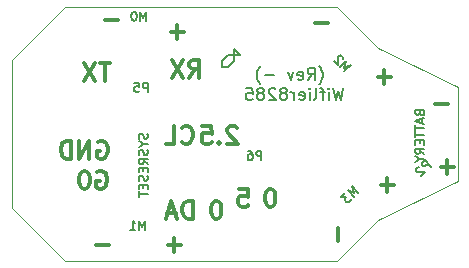
<source format=gbo>
G04 #@! TF.FileFunction,Legend,Bot*
%FSLAX46Y46*%
G04 Gerber Fmt 4.6, Leading zero omitted, Abs format (unit mm)*
G04 Created by KiCad (PCBNEW 4.0.4+e1-6308~48~ubuntu16.04.1-stable) date Tue Sep 13 21:39:42 2016*
%MOMM*%
%LPD*%
G01*
G04 APERTURE LIST*
%ADD10C,0.150000*%
%ADD11C,0.300000*%
%ADD12C,0.200000*%
%ADD13C,0.100000*%
%ADD14C,0.177800*%
%ADD15C,0.152400*%
G04 APERTURE END LIST*
D10*
D11*
X67406828Y-64563251D02*
X67263971Y-64563251D01*
X67121114Y-64634680D01*
X67049685Y-64706109D01*
X66978256Y-64848966D01*
X66906828Y-65134680D01*
X66906828Y-65491823D01*
X66978256Y-65777537D01*
X67049685Y-65920394D01*
X67121114Y-65991823D01*
X67263971Y-66063251D01*
X67406828Y-66063251D01*
X67549685Y-65991823D01*
X67621114Y-65920394D01*
X67692542Y-65777537D01*
X67763971Y-65491823D01*
X67763971Y-65134680D01*
X67692542Y-64848966D01*
X67621114Y-64706109D01*
X67549685Y-64634680D01*
X67406828Y-64563251D01*
X64692256Y-64563251D02*
X65406542Y-64563251D01*
X65477971Y-65277537D01*
X65406542Y-65206109D01*
X65263685Y-65134680D01*
X64906542Y-65134680D01*
X64763685Y-65206109D01*
X64692256Y-65277537D01*
X64620828Y-65420394D01*
X64620828Y-65777537D01*
X64692256Y-65920394D01*
X64763685Y-65991823D01*
X64906542Y-66063251D01*
X65263685Y-66063251D01*
X65406542Y-65991823D01*
X65477971Y-65920394D01*
X64517400Y-59372109D02*
X64445971Y-59300680D01*
X64303114Y-59229251D01*
X63945971Y-59229251D01*
X63803114Y-59300680D01*
X63731685Y-59372109D01*
X63660257Y-59514966D01*
X63660257Y-59657823D01*
X63731685Y-59872109D01*
X64588828Y-60729251D01*
X63660257Y-60729251D01*
X63017400Y-60586394D02*
X62945972Y-60657823D01*
X63017400Y-60729251D01*
X63088829Y-60657823D01*
X63017400Y-60586394D01*
X63017400Y-60729251D01*
X61588828Y-59229251D02*
X62303114Y-59229251D01*
X62374543Y-59943537D01*
X62303114Y-59872109D01*
X62160257Y-59800680D01*
X61803114Y-59800680D01*
X61660257Y-59872109D01*
X61588828Y-59943537D01*
X61517400Y-60086394D01*
X61517400Y-60443537D01*
X61588828Y-60586394D01*
X61660257Y-60657823D01*
X61803114Y-60729251D01*
X62160257Y-60729251D01*
X62303114Y-60657823D01*
X62374543Y-60586394D01*
X62834828Y-65579251D02*
X62691971Y-65579251D01*
X62549114Y-65650680D01*
X62477685Y-65722109D01*
X62406256Y-65864966D01*
X62334828Y-66150680D01*
X62334828Y-66507823D01*
X62406256Y-66793537D01*
X62477685Y-66936394D01*
X62549114Y-67007823D01*
X62691971Y-67079251D01*
X62834828Y-67079251D01*
X62977685Y-67007823D01*
X63049114Y-66936394D01*
X63120542Y-66793537D01*
X63191971Y-66507823D01*
X63191971Y-66150680D01*
X63120542Y-65864966D01*
X63049114Y-65722109D01*
X62977685Y-65650680D01*
X62834828Y-65579251D01*
X60751114Y-67079251D02*
X60751114Y-65579251D01*
X60393971Y-65579251D01*
X60179686Y-65650680D01*
X60036828Y-65793537D01*
X59965400Y-65936394D01*
X59893971Y-66222109D01*
X59893971Y-66436394D01*
X59965400Y-66722109D01*
X60036828Y-66864966D01*
X60179686Y-67007823D01*
X60393971Y-67079251D01*
X60751114Y-67079251D01*
X59322543Y-66650680D02*
X58608257Y-66650680D01*
X59465400Y-67079251D02*
X58965400Y-65579251D01*
X58465400Y-67079251D01*
X59858257Y-60586394D02*
X59929686Y-60657823D01*
X60143972Y-60729251D01*
X60286829Y-60729251D01*
X60501114Y-60657823D01*
X60643972Y-60514966D01*
X60715400Y-60372109D01*
X60786829Y-60086394D01*
X60786829Y-59872109D01*
X60715400Y-59586394D01*
X60643972Y-59443537D01*
X60501114Y-59300680D01*
X60286829Y-59229251D01*
X60143972Y-59229251D01*
X59929686Y-59300680D01*
X59858257Y-59372109D01*
X58501114Y-60729251D02*
X59215400Y-60729251D01*
X59215400Y-59229251D01*
X52730257Y-60570680D02*
X52873114Y-60499251D01*
X53087400Y-60499251D01*
X53301685Y-60570680D01*
X53444543Y-60713537D01*
X53515971Y-60856394D01*
X53587400Y-61142109D01*
X53587400Y-61356394D01*
X53515971Y-61642109D01*
X53444543Y-61784966D01*
X53301685Y-61927823D01*
X53087400Y-61999251D01*
X52944543Y-61999251D01*
X52730257Y-61927823D01*
X52658828Y-61856394D01*
X52658828Y-61356394D01*
X52944543Y-61356394D01*
X52015971Y-61999251D02*
X52015971Y-60499251D01*
X51158828Y-61999251D01*
X51158828Y-60499251D01*
X50444542Y-61999251D02*
X50444542Y-60499251D01*
X50087399Y-60499251D01*
X49873114Y-60570680D01*
X49730256Y-60713537D01*
X49658828Y-60856394D01*
X49587399Y-61142109D01*
X49587399Y-61356394D01*
X49658828Y-61642109D01*
X49730256Y-61784966D01*
X49873114Y-61927823D01*
X50087399Y-61999251D01*
X50444542Y-61999251D01*
X52670828Y-63110680D02*
X52813685Y-63039251D01*
X53027971Y-63039251D01*
X53242256Y-63110680D01*
X53385114Y-63253537D01*
X53456542Y-63396394D01*
X53527971Y-63682109D01*
X53527971Y-63896394D01*
X53456542Y-64182109D01*
X53385114Y-64324966D01*
X53242256Y-64467823D01*
X53027971Y-64539251D01*
X52885114Y-64539251D01*
X52670828Y-64467823D01*
X52599399Y-64396394D01*
X52599399Y-63896394D01*
X52885114Y-63896394D01*
X51670828Y-63039251D02*
X51527971Y-63039251D01*
X51385114Y-63110680D01*
X51313685Y-63182109D01*
X51242256Y-63324966D01*
X51170828Y-63610680D01*
X51170828Y-63967823D01*
X51242256Y-64253537D01*
X51313685Y-64396394D01*
X51385114Y-64467823D01*
X51527971Y-64539251D01*
X51670828Y-64539251D01*
X51813685Y-64467823D01*
X51885114Y-64396394D01*
X51956542Y-64253537D01*
X52027971Y-63967823D01*
X52027971Y-63610680D01*
X51956542Y-63324966D01*
X51885114Y-63182109D01*
X51813685Y-63110680D01*
X51670828Y-63039251D01*
X60473399Y-55141251D02*
X60973399Y-54426966D01*
X61330542Y-55141251D02*
X61330542Y-53641251D01*
X60759114Y-53641251D01*
X60616256Y-53712680D01*
X60544828Y-53784109D01*
X60473399Y-53926966D01*
X60473399Y-54141251D01*
X60544828Y-54284109D01*
X60616256Y-54355537D01*
X60759114Y-54426966D01*
X61330542Y-54426966D01*
X59973399Y-53641251D02*
X58973399Y-55141251D01*
X58973399Y-53641251D02*
X59973399Y-55141251D01*
X53746257Y-53895251D02*
X52889114Y-53895251D01*
X53317685Y-55395251D02*
X53317685Y-53895251D01*
X52531971Y-53895251D02*
X51531971Y-55395251D01*
X51531971Y-53895251D02*
X52531971Y-55395251D01*
X77558828Y-55077823D02*
X76415971Y-55077823D01*
X76987400Y-55649251D02*
X76987400Y-54506394D01*
X72224828Y-50505823D02*
X71081971Y-50505823D01*
X60032828Y-51267823D02*
X58889971Y-51267823D01*
X59461400Y-51839251D02*
X59461400Y-50696394D01*
X54444828Y-50251823D02*
X53301971Y-50251823D01*
X59778828Y-69301823D02*
X58635971Y-69301823D01*
X59207400Y-69873251D02*
X59207400Y-68730394D01*
X53682828Y-69301823D02*
X52539971Y-69301823D01*
X73030543Y-67861252D02*
X73030543Y-69004109D01*
X77812828Y-64221823D02*
X76669971Y-64221823D01*
X77241400Y-64793251D02*
X77241400Y-63650394D01*
X81749972Y-62697823D02*
X82892829Y-62697823D01*
X82321400Y-63269251D02*
X82321400Y-62126394D01*
X81241972Y-57363823D02*
X82384829Y-57363823D01*
D12*
X64287400Y-53700680D02*
X64287400Y-52684680D01*
X63779400Y-54208680D02*
X64287400Y-53700680D01*
X63271400Y-54208680D02*
X63779400Y-54208680D01*
X63271400Y-53700680D02*
X63271400Y-54208680D01*
X63779400Y-53192680D02*
X63271400Y-53700680D01*
X64795400Y-53192680D02*
X63779400Y-53192680D01*
X64287400Y-52684680D02*
X64795400Y-53192680D01*
D13*
X72944000Y-70676000D02*
X49944000Y-70676000D01*
D14*
X71471971Y-55728447D02*
X71520351Y-55680066D01*
X71617113Y-55534923D01*
X71665494Y-55438161D01*
X71713875Y-55293018D01*
X71762256Y-55051113D01*
X71762256Y-54857590D01*
X71713875Y-54615685D01*
X71665494Y-54470542D01*
X71617113Y-54373780D01*
X71520351Y-54228637D01*
X71471971Y-54180256D01*
X70504352Y-55341399D02*
X70843018Y-54857590D01*
X71084923Y-55341399D02*
X71084923Y-54325399D01*
X70697876Y-54325399D01*
X70601114Y-54373780D01*
X70552733Y-54422161D01*
X70504352Y-54518923D01*
X70504352Y-54664066D01*
X70552733Y-54760828D01*
X70601114Y-54809209D01*
X70697876Y-54857590D01*
X71084923Y-54857590D01*
X69681876Y-55293018D02*
X69778638Y-55341399D01*
X69972161Y-55341399D01*
X70068923Y-55293018D01*
X70117304Y-55196256D01*
X70117304Y-54809209D01*
X70068923Y-54712447D01*
X69972161Y-54664066D01*
X69778638Y-54664066D01*
X69681876Y-54712447D01*
X69633495Y-54809209D01*
X69633495Y-54905970D01*
X70117304Y-55002732D01*
X69294828Y-54664066D02*
X69052923Y-55341399D01*
X68811019Y-54664066D01*
X67649876Y-54954351D02*
X66875781Y-54954351D01*
X66488733Y-55728447D02*
X66440352Y-55680066D01*
X66343590Y-55534923D01*
X66295209Y-55438161D01*
X66246828Y-55293018D01*
X66198447Y-55051113D01*
X66198447Y-54857590D01*
X66246828Y-54615685D01*
X66295209Y-54470542D01*
X66343590Y-54373780D01*
X66440352Y-54228637D01*
X66488733Y-54180256D01*
X73528161Y-56027199D02*
X73286256Y-57043199D01*
X73092733Y-56317485D01*
X72899209Y-57043199D01*
X72657304Y-56027199D01*
X72270256Y-57043199D02*
X72270256Y-56365866D01*
X72270256Y-56027199D02*
X72318637Y-56075580D01*
X72270256Y-56123961D01*
X72221875Y-56075580D01*
X72270256Y-56027199D01*
X72270256Y-56123961D01*
X71931589Y-56365866D02*
X71544541Y-56365866D01*
X71786446Y-57043199D02*
X71786446Y-56172342D01*
X71738065Y-56075580D01*
X71641303Y-56027199D01*
X71544541Y-56027199D01*
X71060732Y-57043199D02*
X71157494Y-56994818D01*
X71205875Y-56898056D01*
X71205875Y-56027199D01*
X70673685Y-57043199D02*
X70673685Y-56365866D01*
X70673685Y-56027199D02*
X70722066Y-56075580D01*
X70673685Y-56123961D01*
X70625304Y-56075580D01*
X70673685Y-56027199D01*
X70673685Y-56123961D01*
X69802828Y-56994818D02*
X69899590Y-57043199D01*
X70093113Y-57043199D01*
X70189875Y-56994818D01*
X70238256Y-56898056D01*
X70238256Y-56511009D01*
X70189875Y-56414247D01*
X70093113Y-56365866D01*
X69899590Y-56365866D01*
X69802828Y-56414247D01*
X69754447Y-56511009D01*
X69754447Y-56607770D01*
X70238256Y-56704532D01*
X69319018Y-57043199D02*
X69319018Y-56365866D01*
X69319018Y-56559390D02*
X69270637Y-56462628D01*
X69222256Y-56414247D01*
X69125494Y-56365866D01*
X69028733Y-56365866D01*
X68544923Y-56462628D02*
X68641685Y-56414247D01*
X68690066Y-56365866D01*
X68738447Y-56269104D01*
X68738447Y-56220723D01*
X68690066Y-56123961D01*
X68641685Y-56075580D01*
X68544923Y-56027199D01*
X68351400Y-56027199D01*
X68254638Y-56075580D01*
X68206257Y-56123961D01*
X68157876Y-56220723D01*
X68157876Y-56269104D01*
X68206257Y-56365866D01*
X68254638Y-56414247D01*
X68351400Y-56462628D01*
X68544923Y-56462628D01*
X68641685Y-56511009D01*
X68690066Y-56559390D01*
X68738447Y-56656151D01*
X68738447Y-56849675D01*
X68690066Y-56946437D01*
X68641685Y-56994818D01*
X68544923Y-57043199D01*
X68351400Y-57043199D01*
X68254638Y-56994818D01*
X68206257Y-56946437D01*
X68157876Y-56849675D01*
X68157876Y-56656151D01*
X68206257Y-56559390D01*
X68254638Y-56511009D01*
X68351400Y-56462628D01*
X67770828Y-56123961D02*
X67722447Y-56075580D01*
X67625685Y-56027199D01*
X67383781Y-56027199D01*
X67287019Y-56075580D01*
X67238638Y-56123961D01*
X67190257Y-56220723D01*
X67190257Y-56317485D01*
X67238638Y-56462628D01*
X67819209Y-57043199D01*
X67190257Y-57043199D01*
X66609685Y-56462628D02*
X66706447Y-56414247D01*
X66754828Y-56365866D01*
X66803209Y-56269104D01*
X66803209Y-56220723D01*
X66754828Y-56123961D01*
X66706447Y-56075580D01*
X66609685Y-56027199D01*
X66416162Y-56027199D01*
X66319400Y-56075580D01*
X66271019Y-56123961D01*
X66222638Y-56220723D01*
X66222638Y-56269104D01*
X66271019Y-56365866D01*
X66319400Y-56414247D01*
X66416162Y-56462628D01*
X66609685Y-56462628D01*
X66706447Y-56511009D01*
X66754828Y-56559390D01*
X66803209Y-56656151D01*
X66803209Y-56849675D01*
X66754828Y-56946437D01*
X66706447Y-56994818D01*
X66609685Y-57043199D01*
X66416162Y-57043199D01*
X66319400Y-56994818D01*
X66271019Y-56946437D01*
X66222638Y-56849675D01*
X66222638Y-56656151D01*
X66271019Y-56559390D01*
X66319400Y-56511009D01*
X66416162Y-56462628D01*
X65303400Y-56027199D02*
X65787209Y-56027199D01*
X65835590Y-56511009D01*
X65787209Y-56462628D01*
X65690447Y-56414247D01*
X65448543Y-56414247D01*
X65351781Y-56462628D01*
X65303400Y-56511009D01*
X65255019Y-56607770D01*
X65255019Y-56849675D01*
X65303400Y-56946437D01*
X65351781Y-56994818D01*
X65448543Y-57043199D01*
X65690447Y-57043199D01*
X65787209Y-56994818D01*
X65835590Y-56946437D01*
D13*
X72944000Y-49176000D02*
X49944000Y-49176000D01*
X49944000Y-70676000D02*
X45444000Y-66176000D01*
X45444000Y-53676000D02*
X49944000Y-49176000D01*
X83194000Y-63926000D02*
X76444000Y-67176000D01*
X83194000Y-55926000D02*
X83194000Y-63926000D01*
X76444000Y-52676000D02*
X83194000Y-55926000D01*
X45444000Y-53676000D02*
X45444000Y-66176000D01*
X72944000Y-49176000D02*
X76444000Y-52676000D01*
X72944000Y-70676000D02*
X76444000Y-67176000D01*
D15*
X56738156Y-68034314D02*
X56738156Y-67272314D01*
X56484156Y-67816600D01*
X56230156Y-67272314D01*
X56230156Y-68034314D01*
X55468157Y-68034314D02*
X55903585Y-68034314D01*
X55685871Y-68034314D02*
X55685871Y-67272314D01*
X55758442Y-67381171D01*
X55831014Y-67453743D01*
X55903585Y-67490029D01*
X73593354Y-54629533D02*
X74132170Y-54090717D01*
X73567696Y-54295980D01*
X73772960Y-53731507D01*
X73234144Y-54270322D01*
X73490723Y-53551903D02*
X73490723Y-53500586D01*
X73465065Y-53423613D01*
X73336776Y-53295323D01*
X73259802Y-53269666D01*
X73208486Y-53269666D01*
X73131513Y-53295324D01*
X73080197Y-53346640D01*
X73028881Y-53449271D01*
X73028882Y-54065060D01*
X72695330Y-53731508D01*
X74777873Y-64880887D02*
X74239057Y-64342071D01*
X74444320Y-64906545D01*
X73879847Y-64701281D01*
X74418662Y-65240097D01*
X73674585Y-64906544D02*
X73341032Y-65240096D01*
X73725901Y-65265754D01*
X73648926Y-65342728D01*
X73623269Y-65419702D01*
X73623268Y-65471017D01*
X73648927Y-65547991D01*
X73777216Y-65676280D01*
X73854190Y-65701939D01*
X73905506Y-65701939D01*
X73982479Y-65676281D01*
X74136426Y-65522333D01*
X74162084Y-65445360D01*
X74162084Y-65394044D01*
X56842296Y-50336994D02*
X56842296Y-49574994D01*
X56588296Y-50119280D01*
X56334296Y-49574994D01*
X56334296Y-50336994D01*
X55826297Y-49574994D02*
X55753725Y-49574994D01*
X55681154Y-49611280D01*
X55644868Y-49647566D01*
X55608582Y-49720137D01*
X55572297Y-49865280D01*
X55572297Y-50046709D01*
X55608582Y-50191851D01*
X55644868Y-50264423D01*
X55681154Y-50300709D01*
X55753725Y-50336994D01*
X55826297Y-50336994D01*
X55898868Y-50300709D01*
X55935154Y-50264423D01*
X55971439Y-50191851D01*
X56007725Y-50046709D01*
X56007725Y-49865280D01*
X55971439Y-49720137D01*
X55935154Y-49647566D01*
X55898868Y-49611280D01*
X55826297Y-49574994D01*
X80930846Y-62690733D02*
X80392031Y-62151918D01*
X80186768Y-62357180D01*
X80161110Y-62434154D01*
X80161111Y-62485470D01*
X80186768Y-62562443D01*
X80263742Y-62639417D01*
X80340716Y-62665075D01*
X80392031Y-62665075D01*
X80469005Y-62639417D01*
X80674268Y-62434154D01*
X79930190Y-62716391D02*
X79878874Y-62716391D01*
X79801900Y-62742048D01*
X79673610Y-62870338D01*
X79647953Y-62947312D01*
X79647953Y-62998628D01*
X79673611Y-63075601D01*
X79724927Y-63126917D01*
X79827558Y-63178233D01*
X80443347Y-63178232D01*
X80109795Y-63511784D01*
X79980971Y-58145681D02*
X80017257Y-58254538D01*
X80053543Y-58290823D01*
X80126114Y-58327109D01*
X80234971Y-58327109D01*
X80307543Y-58290823D01*
X80343829Y-58254538D01*
X80380114Y-58181966D01*
X80380114Y-57891681D01*
X79618114Y-57891681D01*
X79618114Y-58145681D01*
X79654400Y-58218252D01*
X79690686Y-58254538D01*
X79763257Y-58290823D01*
X79835829Y-58290823D01*
X79908400Y-58254538D01*
X79944686Y-58218252D01*
X79980971Y-58145681D01*
X79980971Y-57891681D01*
X80162400Y-58617395D02*
X80162400Y-58980252D01*
X80380114Y-58544823D02*
X79618114Y-58798823D01*
X80380114Y-59052823D01*
X79618114Y-59197966D02*
X79618114Y-59633395D01*
X80380114Y-59415681D02*
X79618114Y-59415681D01*
X79618114Y-59778537D02*
X79618114Y-60213966D01*
X80380114Y-59996252D02*
X79618114Y-59996252D01*
X79980971Y-60467966D02*
X79980971Y-60721966D01*
X80380114Y-60830823D02*
X80380114Y-60467966D01*
X79618114Y-60467966D01*
X79618114Y-60830823D01*
X80380114Y-61592823D02*
X80017257Y-61338823D01*
X80380114Y-61157395D02*
X79618114Y-61157395D01*
X79618114Y-61447680D01*
X79654400Y-61520252D01*
X79690686Y-61556537D01*
X79763257Y-61592823D01*
X79872114Y-61592823D01*
X79944686Y-61556537D01*
X79980971Y-61520252D01*
X80017257Y-61447680D01*
X80017257Y-61157395D01*
X80017257Y-62064537D02*
X80380114Y-62064537D01*
X79618114Y-61810537D02*
X80017257Y-62064537D01*
X79618114Y-62318537D01*
X56955508Y-56348034D02*
X56955508Y-55586034D01*
X56665223Y-55586034D01*
X56592651Y-55622320D01*
X56556366Y-55658606D01*
X56520080Y-55731177D01*
X56520080Y-55840034D01*
X56556366Y-55912606D01*
X56592651Y-55948891D01*
X56665223Y-55985177D01*
X56955508Y-55985177D01*
X55830651Y-55586034D02*
X56193508Y-55586034D01*
X56229794Y-55948891D01*
X56193508Y-55912606D01*
X56120937Y-55876320D01*
X55939508Y-55876320D01*
X55866937Y-55912606D01*
X55830651Y-55948891D01*
X55794366Y-56021463D01*
X55794366Y-56202891D01*
X55830651Y-56275463D01*
X55866937Y-56311749D01*
X55939508Y-56348034D01*
X56120937Y-56348034D01*
X56193508Y-56311749D01*
X56229794Y-56275463D01*
X66569408Y-62123734D02*
X66569408Y-61361734D01*
X66279123Y-61361734D01*
X66206551Y-61398020D01*
X66170266Y-61434306D01*
X66133980Y-61506877D01*
X66133980Y-61615734D01*
X66170266Y-61688306D01*
X66206551Y-61724591D01*
X66279123Y-61760877D01*
X66569408Y-61760877D01*
X65480837Y-61361734D02*
X65625980Y-61361734D01*
X65698551Y-61398020D01*
X65734837Y-61434306D01*
X65807408Y-61543163D01*
X65843694Y-61688306D01*
X65843694Y-61978591D01*
X65807408Y-62051163D01*
X65771123Y-62087449D01*
X65698551Y-62123734D01*
X65553408Y-62123734D01*
X65480837Y-62087449D01*
X65444551Y-62051163D01*
X65408266Y-61978591D01*
X65408266Y-61797163D01*
X65444551Y-61724591D01*
X65480837Y-61688306D01*
X65553408Y-61652020D01*
X65698551Y-61652020D01*
X65771123Y-61688306D01*
X65807408Y-61724591D01*
X65843694Y-61797163D01*
X56931789Y-59883767D02*
X56968074Y-59992624D01*
X56968074Y-60174053D01*
X56931789Y-60246624D01*
X56895503Y-60282910D01*
X56822931Y-60319195D01*
X56750360Y-60319195D01*
X56677789Y-60282910D01*
X56641503Y-60246624D01*
X56605217Y-60174053D01*
X56568931Y-60028910D01*
X56532646Y-59956338D01*
X56496360Y-59920053D01*
X56423789Y-59883767D01*
X56351217Y-59883767D01*
X56278646Y-59920053D01*
X56242360Y-59956338D01*
X56206074Y-60028910D01*
X56206074Y-60210338D01*
X56242360Y-60319195D01*
X56605217Y-60790909D02*
X56968074Y-60790909D01*
X56206074Y-60536909D02*
X56605217Y-60790909D01*
X56206074Y-61044909D01*
X56931789Y-61262624D02*
X56968074Y-61371481D01*
X56968074Y-61552910D01*
X56931789Y-61625481D01*
X56895503Y-61661767D01*
X56822931Y-61698052D01*
X56750360Y-61698052D01*
X56677789Y-61661767D01*
X56641503Y-61625481D01*
X56605217Y-61552910D01*
X56568931Y-61407767D01*
X56532646Y-61335195D01*
X56496360Y-61298910D01*
X56423789Y-61262624D01*
X56351217Y-61262624D01*
X56278646Y-61298910D01*
X56242360Y-61335195D01*
X56206074Y-61407767D01*
X56206074Y-61589195D01*
X56242360Y-61698052D01*
X56968074Y-62460052D02*
X56605217Y-62206052D01*
X56968074Y-62024624D02*
X56206074Y-62024624D01*
X56206074Y-62314909D01*
X56242360Y-62387481D01*
X56278646Y-62423766D01*
X56351217Y-62460052D01*
X56460074Y-62460052D01*
X56532646Y-62423766D01*
X56568931Y-62387481D01*
X56605217Y-62314909D01*
X56605217Y-62024624D01*
X56568931Y-62786624D02*
X56568931Y-63040624D01*
X56968074Y-63149481D02*
X56968074Y-62786624D01*
X56206074Y-62786624D01*
X56206074Y-63149481D01*
X56931789Y-63439767D02*
X56968074Y-63548624D01*
X56968074Y-63730053D01*
X56931789Y-63802624D01*
X56895503Y-63838910D01*
X56822931Y-63875195D01*
X56750360Y-63875195D01*
X56677789Y-63838910D01*
X56641503Y-63802624D01*
X56605217Y-63730053D01*
X56568931Y-63584910D01*
X56532646Y-63512338D01*
X56496360Y-63476053D01*
X56423789Y-63439767D01*
X56351217Y-63439767D01*
X56278646Y-63476053D01*
X56242360Y-63512338D01*
X56206074Y-63584910D01*
X56206074Y-63766338D01*
X56242360Y-63875195D01*
X56568931Y-64201767D02*
X56568931Y-64455767D01*
X56968074Y-64564624D02*
X56968074Y-64201767D01*
X56206074Y-64201767D01*
X56206074Y-64564624D01*
X56206074Y-64782338D02*
X56206074Y-65217767D01*
X56968074Y-65000053D02*
X56206074Y-65000053D01*
M02*

</source>
